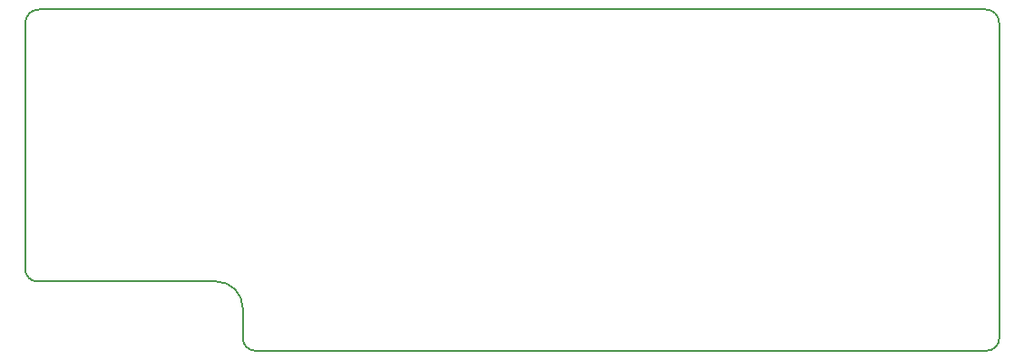
<source format=gm1>
G04 #@! TF.GenerationSoftware,KiCad,Pcbnew,6.0.1*
G04 #@! TF.CreationDate,2022-02-11T11:10:19+01:00*
G04 #@! TF.ProjectId,27C160_Adapter,32374331-3630-45f4-9164-61707465722e,1.1SMD*
G04 #@! TF.SameCoordinates,Original*
G04 #@! TF.FileFunction,Profile,NP*
%FSLAX46Y46*%
G04 Gerber Fmt 4.6, Leading zero omitted, Abs format (unit mm)*
G04 Created by KiCad (PCBNEW 6.0.1) date 2022-02-11 11:10:19*
%MOMM*%
%LPD*%
G01*
G04 APERTURE LIST*
G04 #@! TA.AperFunction,Profile*
%ADD10C,0.150000*%
G04 #@! TD*
G04 APERTURE END LIST*
D10*
X198238000Y-84709000D02*
G75*
G03*
X196968000Y-83439000I-1269999J1D01*
G01*
X127635000Y-114149000D02*
X127630000Y-111320000D01*
X197095000Y-115292000D02*
G75*
G03*
X198238000Y-114149000I0J1143000D01*
G01*
X198238000Y-84709000D02*
X198238000Y-114149000D01*
X127630000Y-111320000D02*
G75*
G03*
X125150000Y-108840000I-2479999J1D01*
G01*
X125150000Y-108840000D02*
X108458000Y-108839000D01*
X127635000Y-114149000D02*
G75*
G03*
X128778000Y-115292000I1143000J0D01*
G01*
X197095000Y-115292000D02*
X128778000Y-115292000D01*
X107315000Y-107696000D02*
X107315000Y-84709000D01*
X108585000Y-83439000D02*
X196968000Y-83439000D01*
X108585000Y-83439000D02*
G75*
G03*
X107315000Y-84709000I-1J-1269999D01*
G01*
X107315000Y-107696000D02*
G75*
G03*
X108458000Y-108839000I1143000J0D01*
G01*
M02*

</source>
